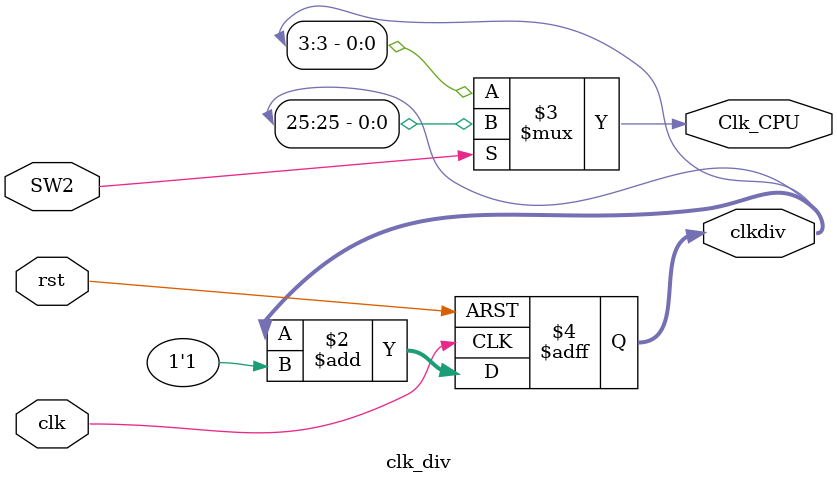
<source format=v>
`timescale 1ns / 1ps
module clk_div(input clk,
					input rst,
					input SW2,
					output reg[31:0]clkdiv,
					output Clk_CPU
					);
					
// Clock divider-Ê±ÖÓ·ÖÆµÆ÷


	always @ (posedge clk or posedge rst) begin 
		if (rst) clkdiv <= 0; else clkdiv <= clkdiv + 1'b1; end
		
	assign Clk_CPU=(SW2)? clkdiv[25] : clkdiv[3];
		
endmodule

</source>
